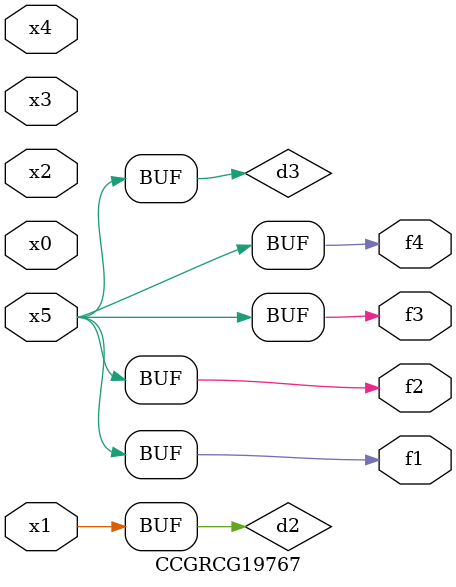
<source format=v>
module CCGRCG19767(
	input x0, x1, x2, x3, x4, x5,
	output f1, f2, f3, f4
);

	wire d1, d2, d3;

	not (d1, x5);
	or (d2, x1);
	xnor (d3, d1);
	assign f1 = d3;
	assign f2 = d3;
	assign f3 = d3;
	assign f4 = d3;
endmodule

</source>
